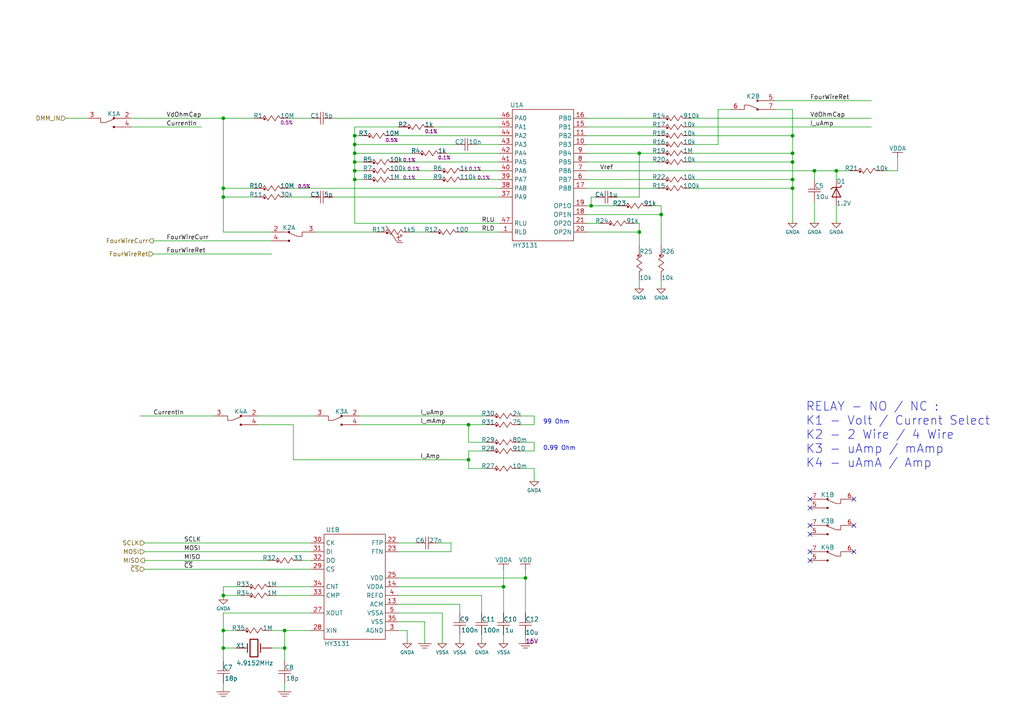
<source format=kicad_sch>
(kicad_sch (version 20230121) (generator eeschema)
  (paper "A4")
  (title_block (title "${PART_NAME}") (date "2024-01-20") (rev "A") (company "Sesa Design Inc") (comment 1 "${PART_NUMBER}") (comment 2 "01"))
  (junction (at 64.77 34.29))
  (junction (at 102.87 49.53))
  (junction (at 82.55 187.96))
  (junction (at 242.57 49.53))
  (junction (at 64.77 187.96))
  (junction (at 102.87 46.99))
  (junction (at 229.87 39.37))
  (junction (at 102.87 39.37))
  (junction (at 135.89 123.19))
  (junction (at 64.77 57.15))
  (junction (at 229.87 52.07))
  (junction (at 191.77 62.23))
  (junction (at 102.87 52.07))
  (junction (at 102.87 41.91))
  (junction (at 171.45 59.69))
  (junction (at 229.87 46.99))
  (junction (at 102.87 44.45))
  (junction (at 135.89 133.35))
  (junction (at 229.87 54.61))
  (junction (at 146.05 170.18))
  (junction (at 185.42 44.45))
  (junction (at 64.77 172.72))
  (junction (at 82.55 182.88))
  (junction (at 64.77 54.61))
  (junction (at 236.22 49.53))
  (junction (at 229.87 44.45))
  (junction (at 152.4 167.64))
  (junction (at 185.42 67.31))
  (junction (at 64.77 182.88))
  (no_connect (at 234.95 154.94))
  (no_connect (at 247.65 152.4))
  (no_connect (at 234.95 160.02))
  (no_connect (at 234.95 147.32))
  (no_connect (at 234.95 152.4))
  (no_connect (at 247.65 144.78))
  (no_connect (at 234.95 144.78))
  (no_connect (at 234.95 162.56))
  (no_connect (at 247.65 160.02))
  (wire (pts (xy 170.18 67.31) (xy 185.42 67.31)))
  (wire (pts (xy 135.89 130.81) (xy 140.97 130.81)))
  (wire (pts (xy 135.89 49.53) (xy 144.78 49.53)))
  (wire (pts (xy 90.17 177.8) (xy 64.77 177.8)))
  (wire (pts (xy 74.93 123.19) (xy 85.09 123.19)))
  (wire (pts (xy 146.05 184.15) (xy 146.05 186.69)))
  (wire (pts (xy 200.66 52.07) (xy 229.87 52.07)))
  (wire (pts (xy 154.94 128.27) (xy 154.94 130.81)))
  (wire (pts (xy 64.77 200.66) (xy 64.77 198.12)))
  (wire (pts (xy 134.62 67.31) (xy 144.78 67.31)))
  (wire (pts (xy 146.05 170.18) (xy 146.05 165.1)))
  (wire (pts (xy 152.4 186.69) (xy 152.4 184.15)))
  (wire (pts (xy 170.18 49.53) (xy 236.22 49.53)))
  (wire (pts (xy 179.07 57.15) (xy 185.42 57.15)))
  (wire (pts (xy 82.55 191.77) (xy 82.55 187.96)))
  (wire (pts (xy 83.82 57.15) (xy 90.17 57.15)))
  (wire (pts (xy 83.82 54.61) (xy 144.78 54.61)))
  (wire (pts (xy 64.77 57.15) (xy 64.77 67.31)))
  (wire (pts (xy 151.13 120.65) (xy 154.94 120.65)))
  (wire (pts (xy 154.94 130.81) (xy 151.13 130.81)))
  (wire (pts (xy 40.64 120.65) (xy 62.23 120.65)))
  (wire (pts (xy 41.91 157.48) (xy 90.17 157.48)))
  (wire (pts (xy 208.28 41.91) (xy 208.28 31.75)))
  (wire (pts (xy 64.77 187.96) (xy 68.58 187.96)))
  (wire (pts (xy 102.87 41.91) (xy 132.08 41.91)))
  (wire (pts (xy 115.57 177.8) (xy 128.27 177.8)))
  (wire (pts (xy 125.73 36.83) (xy 144.78 36.83)))
  (wire (pts (xy 135.89 135.89) (xy 135.89 133.35)))
  (wire (pts (xy 135.89 123.19) (xy 140.97 123.19)))
  (wire (pts (xy 135.89 133.35) (xy 135.89 130.81)))
  (wire (pts (xy 41.91 160.02) (xy 90.17 160.02)))
  (wire (pts (xy 44.45 69.85) (xy 78.74 69.85)))
  (wire (pts (xy 102.87 39.37) (xy 104.14 39.37)))
  (wire (pts (xy 224.79 29.21) (xy 252.73 29.21)))
  (wire (pts (xy 115.57 175.26) (xy 133.35 175.26)))
  (wire (pts (xy 200.66 46.99) (xy 229.87 46.99)))
  (wire (pts (xy 115.57 170.18) (xy 146.05 170.18)))
  (wire (pts (xy 102.87 41.91) (xy 102.87 39.37)))
  (wire (pts (xy 127 157.48) (xy 130.81 157.48)))
  (wire (pts (xy 128.27 177.8) (xy 128.27 186.69)))
  (wire (pts (xy 152.4 165.1) (xy 152.4 167.64)))
  (wire (pts (xy 104.14 120.65) (xy 140.97 120.65)))
  (wire (pts (xy 102.87 39.37) (xy 102.87 36.83)))
  (wire (pts (xy 172.72 57.15) (xy 171.45 57.15)))
  (wire (pts (xy 185.42 83.82) (xy 185.42 81.28)))
  (wire (pts (xy 236.22 49.53) (xy 242.57 49.53)))
  (wire (pts (xy 133.35 186.69) (xy 133.35 184.15)))
  (wire (pts (xy 229.87 31.75) (xy 229.87 39.37)))
  (wire (pts (xy 64.77 170.18) (xy 64.77 172.72)))
  (wire (pts (xy 82.55 182.88) (xy 90.17 182.88)))
  (wire (pts (xy 87.63 162.56) (xy 90.17 162.56)))
  (wire (pts (xy 170.18 59.69) (xy 171.45 59.69)))
  (wire (pts (xy 173.99 64.77) (xy 170.18 64.77)))
  (wire (pts (xy 119.38 67.31) (xy 124.46 67.31)))
  (wire (pts (xy 190.5 36.83) (xy 170.18 36.83)))
  (wire (pts (xy 102.87 36.83) (xy 115.57 36.83)))
  (wire (pts (xy 85.09 123.19) (xy 85.09 133.35)))
  (wire (pts (xy 85.09 133.35) (xy 135.89 133.35)))
  (wire (pts (xy 64.77 54.61) (xy 73.66 54.61)))
  (wire (pts (xy 115.57 52.07) (xy 125.73 52.07)))
  (wire (pts (xy 200.66 34.29) (xy 252.73 34.29)))
  (wire (pts (xy 102.87 49.53) (xy 102.87 46.99)))
  (wire (pts (xy 91.44 67.31) (xy 109.22 67.31)))
  (wire (pts (xy 152.4 167.64) (xy 152.4 177.8)))
  (wire (pts (xy 256.54 49.53) (xy 260.35 49.53)))
  (wire (pts (xy 146.05 170.18) (xy 146.05 177.8)))
  (wire (pts (xy 118.11 182.88) (xy 115.57 182.88)))
  (wire (pts (xy 102.87 52.07) (xy 105.41 52.07)))
  (wire (pts (xy 41.91 162.56) (xy 77.47 162.56)))
  (wire (pts (xy 135.89 123.19) (xy 135.89 128.27)))
  (wire (pts (xy 78.74 67.31) (xy 64.77 67.31)))
  (wire (pts (xy 189.23 59.69) (xy 191.77 59.69)))
  (wire (pts (xy 200.66 36.83) (xy 252.73 36.83)))
  (wire (pts (xy 170.18 46.99) (xy 190.5 46.99)))
  (wire (pts (xy 123.19 180.34) (xy 123.19 186.69)))
  (wire (pts (xy 118.11 186.69) (xy 118.11 182.88)))
  (wire (pts (xy 139.7 186.69) (xy 139.7 184.15)))
  (wire (pts (xy 229.87 52.07) (xy 229.87 54.61)))
  (wire (pts (xy 82.55 187.96) (xy 82.55 182.88)))
  (wire (pts (xy 102.87 64.77) (xy 102.87 52.07)))
  (wire (pts (xy 102.87 46.99) (xy 105.41 46.99)))
  (wire (pts (xy 170.18 44.45) (xy 185.42 44.45)))
  (wire (pts (xy 185.42 57.15) (xy 185.42 44.45)))
  (wire (pts (xy 96.52 34.29) (xy 144.78 34.29)))
  (wire (pts (xy 130.81 160.02) (xy 115.57 160.02)))
  (wire (pts (xy 115.57 157.48) (xy 120.65 157.48)))
  (wire (pts (xy 170.18 52.07) (xy 190.5 52.07)))
  (wire (pts (xy 229.87 54.61) (xy 229.87 64.77)))
  (wire (pts (xy 260.35 49.53) (xy 260.35 45.72)))
  (wire (pts (xy 115.57 46.99) (xy 144.78 46.99)))
  (wire (pts (xy 185.42 67.31) (xy 185.42 71.12)))
  (wire (pts (xy 102.87 44.45) (xy 102.87 41.91)))
  (wire (pts (xy 41.91 165.1) (xy 90.17 165.1)))
  (wire (pts (xy 191.77 62.23) (xy 191.77 59.69)))
  (wire (pts (xy 185.42 64.77) (xy 184.15 64.77)))
  (wire (pts (xy 78.74 187.96) (xy 82.55 187.96)))
  (wire (pts (xy 102.87 49.53) (xy 105.41 49.53)))
  (wire (pts (xy 236.22 58.42) (xy 236.22 64.77)))
  (wire (pts (xy 114.3 39.37) (xy 144.78 39.37)))
  (wire (pts (xy 242.57 59.69) (xy 242.57 64.77)))
  (wire (pts (xy 229.87 44.45) (xy 229.87 46.99)))
  (wire (pts (xy 190.5 41.91) (xy 170.18 41.91)))
  (wire (pts (xy 139.7 172.72) (xy 139.7 177.8)))
  (wire (pts (xy 44.45 73.66) (xy 78.74 73.66)))
  (wire (pts (xy 69.85 170.18) (xy 64.77 170.18)))
  (wire (pts (xy 102.87 52.07) (xy 102.87 49.53)))
  (wire (pts (xy 154.94 120.65) (xy 154.94 123.19)))
  (wire (pts (xy 144.78 64.77) (xy 102.87 64.77)))
  (wire (pts (xy 191.77 83.82) (xy 191.77 81.28)))
  (wire (pts (xy 73.66 57.15) (xy 64.77 57.15)))
  (wire (pts (xy 140.97 135.89) (xy 135.89 135.89)))
  (wire (pts (xy 171.45 59.69) (xy 179.07 59.69)))
  (wire (pts (xy 151.13 128.27) (xy 154.94 128.27)))
  (wire (pts (xy 191.77 62.23) (xy 191.77 71.12)))
  (wire (pts (xy 102.87 44.45) (xy 119.38 44.45)))
  (wire (pts (xy 115.57 180.34) (xy 123.19 180.34)))
  (wire (pts (xy 242.57 49.53) (xy 242.57 52.07)))
  (wire (pts (xy 129.54 44.45) (xy 144.78 44.45)))
  (wire (pts (xy 133.35 175.26) (xy 133.35 177.8)))
  (wire (pts (xy 185.42 44.45) (xy 190.5 44.45)))
  (wire (pts (xy 224.79 31.75) (xy 229.87 31.75)))
  (wire (pts (xy 64.77 177.8) (xy 64.77 182.88)))
  (wire (pts (xy 38.1 36.83) (xy 58.42 36.83)))
  (wire (pts (xy 200.66 44.45) (xy 229.87 44.45)))
  (wire (pts (xy 200.66 54.61) (xy 229.87 54.61)))
  (wire (pts (xy 154.94 135.89) (xy 154.94 139.7)))
  (wire (pts (xy 242.57 49.53) (xy 246.38 49.53)))
  (wire (pts (xy 64.77 54.61) (xy 64.77 34.29)))
  (wire (pts (xy 229.87 46.99) (xy 229.87 52.07)))
  (wire (pts (xy 130.81 157.48) (xy 130.81 160.02)))
  (wire (pts (xy 200.66 41.91) (xy 208.28 41.91)))
  (wire (pts (xy 38.1 34.29) (xy 64.77 34.29)))
  (wire (pts (xy 190.5 34.29) (xy 170.18 34.29)))
  (wire (pts (xy 138.43 41.91) (xy 144.78 41.91)))
  (wire (pts (xy 64.77 34.29) (xy 73.66 34.29)))
  (wire (pts (xy 64.77 182.88) (xy 64.77 187.96)))
  (wire (pts (xy 96.52 57.15) (xy 144.78 57.15)))
  (wire (pts (xy 64.77 57.15) (xy 64.77 54.61)))
  (wire (pts (xy 154.94 123.19) (xy 151.13 123.19)))
  (wire (pts (xy 115.57 167.64) (xy 152.4 167.64)))
  (wire (pts (xy 190.5 54.61) (xy 170.18 54.61)))
  (wire (pts (xy 185.42 67.31) (xy 185.42 64.77)))
  (wire (pts (xy 135.89 52.07) (xy 144.78 52.07)))
  (wire (pts (xy 115.57 49.53) (xy 125.73 49.53)))
  (wire (pts (xy 200.66 39.37) (xy 229.87 39.37)))
  (wire (pts (xy 83.82 34.29) (xy 90.17 34.29)))
  (wire (pts (xy 64.77 187.96) (xy 64.77 191.77)))
  (wire (pts (xy 151.13 135.89) (xy 154.94 135.89)))
  (wire (pts (xy 19.05 34.29) (xy 25.4 34.29)))
  (wire (pts (xy 78.74 182.88) (xy 82.55 182.88)))
  (wire (pts (xy 229.87 39.37) (xy 229.87 44.45)))
  (wire (pts (xy 64.77 172.72) (xy 64.77 173.99)))
  (wire (pts (xy 236.22 49.53) (xy 236.22 52.07)))
  (wire (pts (xy 82.55 200.66) (xy 82.55 198.12)))
  (wire (pts (xy 102.87 46.99) (xy 102.87 44.45)))
  (wire (pts (xy 74.93 120.65) (xy 91.44 120.65)))
  (wire (pts (xy 115.57 172.72) (xy 139.7 172.72)))
  (wire (pts (xy 170.18 39.37) (xy 190.5 39.37)))
  (wire (pts (xy 171.45 57.15) (xy 171.45 59.69)))
  (wire (pts (xy 80.01 170.18) (xy 90.17 170.18)))
  (wire (pts (xy 64.77 172.72) (xy 69.85 172.72)))
  (wire (pts (xy 64.77 182.88) (xy 68.58 182.88)))
  (wire (pts (xy 208.28 31.75) (xy 212.09 31.75)))
  (wire (pts (xy 80.01 172.72) (xy 90.17 172.72)))
  (wire (pts (xy 170.18 62.23) (xy 191.77 62.23)))
  (wire (pts (xy 140.97 128.27) (xy 135.89 128.27)))
  (wire (pts (xy 104.14 123.19) (xy 135.89 123.19)))
  (text "99 Ohm" (at 157.48 123.19 0) (effects (font (size 1.27 1.27)) (justify left bottom)))
  (text "RELAY - NO / NC :\nK1 - Volt / Current Select\nK2 - 2 Wire / 4 Wire\nK3 - uAmp / mAmp\nK4 - uAmA / Amp" (at 233.68 135.89 0) (effects (font (size 2.54 2.54)) (justify left bottom)))
  (text "0.99 Ohm" (at 157.48 130.81 0) (effects (font (size 1.27 1.27)) (justify left bottom)))
  (label "VdOhmCap" (at 234.95 34.29 0))
  (label "Vref" (at 173.99 49.53 0))
  (label "FourWireCurr" (at 48.26 69.85 0))
  (label "SCLK" (at 53.34 157.48 0))
  (label "I_Amp" (at 121.92 133.35 0))
  (label "I_uAmp" (at 234.95 36.83 0))
  (label "VdOhmCap" (at 48.26 34.29 0))
  (label "FourWireRet" (at 48.26 73.66 0))
  (label "FourWireRet" (at 234.95 29.21 0))
  (label "~{CS}" (at 53.34 165.1 0))
  (label "I_uAmp" (at 121.92 120.65 0))
  (label "CurrentIn" (at 48.26 36.83 0))
  (label "RLD" (at 139.7 67.31 0))
  (label "MOSI" (at 53.34 160.02 0))
  (label "CurrentIn" (at 44.45 120.65 0))
  (label "RLU" (at 139.7 64.77 0))
  (label "MISO" (at 53.34 162.56 0))
  (label "I_mAmp" (at 121.92 123.19 0))
  (hierarchical_label "MISO" (shape output) (at 41.91 162.56 180))
  (hierarchical_label "~{CS}" (shape input) (at 41.91 165.1 180))
  (hierarchical_label "SCLK" (shape input) (at 41.91 157.48 180))
  (hierarchical_label "FourWireCurr" (shape output) (at 44.45 69.85 180))
  (hierarchical_label "FourWireRet" (shape input) (at 44.45 73.66 180))
  (hierarchical_label "DMM_IN" (shape input) (at 19.05 34.29 180))
  (hierarchical_label "MOSI" (shape input) (at 41.91 160.02 180))
  (symbol (lib_id "res_0603:1M_01%") (at 68.58 182.88 0) (unit 1)
    (property "Reference" "R35" (at 71.12 182.88 0) (effects (justify right bottom)))
    (property "Value" "1M" (at 76.2 182.88 0) (effects (justify left bottom)))
    (property "Footprint" "Resistor_SMD:R_0603_1608Metric" (effects hide))
    (property "Datasheet" "https://www.yageo.com/upload/media/product/productsearch/datasheet/rchip/PYu-RT_1-to-0.01_RoHS_L_15.pdf" (effects hide))
    (property "Tolerance" "0.1%" (effects hide))
    (property "MFG PN" "RT0603BRD071ML" (effects hide))
    (property "MFG NAME" "YAGEO" (effects hide))
  )
  (symbol (lib_id "sesa_power:GNDA") (at 191.77 83.82 0) (unit 1)
    (property "Reference" "#PWR014" (effects hide))
    (property "Value" "GNDA" (at 191.77 86.36 0) (effects (font (size 1.016 1.016))))
  )
  (symbol (lib_id "res_0603:10k") (at 190.5 41.91 0) (unit 1)
    (property "Reference" "R16" (at 193.04 41.91 0) (effects (justify right bottom)))
    (property "Value" "10k" (at 198.12 41.91 0) (effects (justify left bottom)))
    (property "Footprint" "Resistor_SMD:R_0603_1608Metric" (effects hide))
    (property "Datasheet" "https://www.bourns.com/data/global/pdfs/CR.pdf" (effects hide))
    (property "Tolerance" "1%" (effects hide))
    (property "MFG PN" "CR0603AFX-1002EAS" (effects hide))
  )
  (symbol (lib_id "cap_0603:10u_16v") (at 152.4 184.15 0) (unit 1)
    (property "Reference" "C12" (at 152.4 180.34 0) (effects (justify left bottom)))
    (property "Value" "10u" (at 152.4 184.15 0) (effects (justify left bottom)))
    (property "Footprint" "Capacitor_SMD:C_0603_1608Metric" (effects hide))
    (property "Datasheet" "https://www.samsungsem.com/resources/file/global/support/product_catalog/MLCC.pdf" (effects hide))
    (property "Voltage" "16V" (at 152.4 186.69 0) (effects (justify left bottom)))
    (property "MFG PN" "CL10A106KO8NQNC" (effects hide))
  )
  (symbol (lib_id "cap_0603:100n") (at 133.35 184.15 0) (unit 1)
    (property "Reference" "C9" (at 133.35 180.34 0) (effects (justify left bottom)))
    (property "Value" "100n" (at 133.731 183.515 0) (effects (justify left bottom)))
    (property "Footprint" "Capacitor_SMD:C_0603_1608Metric" (effects hide))
    (property "Datasheet" "https://www.samsungsem.com/resources/file/global/support/product_catalog/MLCC.pdf" (effects hide))
    (property "Voltage" "50V" (effects hide))
    (property "MFG PN" "CL10B104JB8NNNC" (effects hide))
  )
  (symbol (lib_id "res_0805:10m") (at 140.97 135.89 0) (unit 1)
    (property "Reference" "R27" (at 143.51 135.89 0) (effects (justify right bottom)))
    (property "Value" "10m" (at 148.59 135.89 0) (effects (justify left bottom)))
    (property "Footprint" "Resistor_SMD:R_0805_2012Metric" (effects hide))
    (property "Datasheet" "https://www.vishay.com/docs/30298/wslp18.pdf" (effects hide))
    (property "Tolerance" "1%" (effects hide))
    (property "MFG PN" "WSLP0805R0100FEA18" (effects hide))
    (property "MFG NAME" "Vishay" (effects hide))
  )
  (symbol (lib_id "sesa_power:VSSA") (at 146.05 186.69 0) (unit 1)
    (property "Reference" "#PWR025" (effects hide))
    (property "Value" "VSSA" (at 146.05 189.23 0) (effects (font (size 1.016 1.016))))
  )
  (symbol (lib_id "sesa_relay:G6K-2F-Y") (at 237.49 146.05 0) (unit 2)
    (property "Reference" "K1" (at 240.03 143.51 0))
    (property "Value" "G6K-2F-Y-TR" (effects hide))
    (property "Footprint" "sesa:DPDT_G6K-2F-Y" (effects hide))
    (property "Datasheet" "https://components.omron.com/us-en/sites/components.omron.com.us/files/datasheet_pdf/K106-E1.pdf" (effects hide))
    (property "Voltage" "5VDC" (effects hide))
    (property "MFG PN" "G6K-2F-Y-TR DC5" (effects hide))
    (property "MFG NAME" "Omron Electronics" (effects hide))
    (instances (project "DMM_Module" (path "" (reference "K1") (unit 2)) (path "" (reference "K1") (unit 2)) (path "" (reference "K1") (unit 1))))
  )
  (symbol (lib_id "sesa_power:GNDA") (at 118.11 186.69 0) (unit 1)
    (property "Reference" "#PWR019" (effects hide))
    (property "Value" "GNDA" (at 118.11 189.23 0) (effects (font (size 1.016 1.016))))
  )
  (symbol (lib_id "res_0603:100k") (at 190.5 54.61 0) (unit 1)
    (property "Reference" "R15" (at 193.04 54.61 0) (effects (justify right bottom)))
    (property "Value" "100k" (at 198.12 54.61 0) (effects (justify left bottom)))
    (property "Footprint" "Resistor_SMD:R_0603_1608Metric" (effects hide))
    (property "Datasheet" "https://www.bourns.com/data/global/pdfs/CR.pdf" (effects hide))
    (property "Tolerance" "1%" (effects hide))
    (property "MFG PN" "CR0603-FX-1003ELF" (effects hide))
  )
  (symbol (lib_id "sesa_power:GNDA") (at 242.57 64.77 0) (unit 1)
    (property "Reference" "#PWR012" (effects hide))
    (property "Value" "GNDA" (at 242.57 67.31 0) (effects (font (size 1.016 1.016))))
  )
  (symbol (lib_id "sesa_ic_interface:HY3131-L048") (at 148.59 69.85 0) (unit 1)
    (property "Reference" "U1" (at 149.86 30.48 0))
    (property "Value" "HY3131" (at 152.4 71.12 0))
    (property "Footprint" "Package_QFP:LQFP-48_7x7mm_P0.5mm" (effects hide))
    (property "Datasheet" "https://www.hycontek.com/wp-content/uploads/DS-HY3131_EN.pdf" (effects hide))
    (property "MFG PN" "HY3131-L048" (effects hide))
    (property "MFG NAME" "Hycon Technology" (effects hide))
  )
  (symbol (lib_id "sesa_power:VSSA") (at 133.35 186.69 0) (unit 1)
    (property "Reference" "#PWR022" (effects hide))
    (property "Value" "VSSA" (at 133.35 189.23 0) (effects (font (size 1.016 1.016))))
  )
  (symbol (lib_id "sesa_old:GND") (at 152.4 186.69 0) (unit 1)
    (property "Reference" "#PWR026" (effects hide))
    (property "Value" "GND" (effects hide))
  )
  (symbol (lib_id "sesa_diode:LM385M3X-1.2") (at 242.57 55.88 0) (unit 1)
    (property "Reference" "D1" (at 242.57 53.34 0) (effects (justify left bottom)))
    (property "Value" "1.2V" (at 242.57 59.69 0) (effects (justify left bottom)))
    (property "Footprint" "Package_TO_SOT_SMD:SOT-23" (effects hide))
    (property "Datasheet" "https://www.ti.com/lit/ds/symlink/lm185-1.2-n.pdf" (effects hide))
    (property "MFG PN" "LM385M3X-1.2/NOPB" (effects hide))
    (property "MFG NAME" "Texas Instruments" (effects hide))
  )
  (symbol (lib_id "res_0603:91k") (at 179.07 59.69 0) (unit 1)
    (property "Reference" "R23" (at 181.61 59.69 0) (effects (justify right bottom)))
    (property "Value" "91k" (at 186.69 59.69 0) (effects (justify left bottom)))
    (property "Footprint" "Resistor_SMD:R_0603_1608Metric" (effects hide))
    (property "Datasheet" "https://www.bourns.com/data/global/pdfs/CR.pdf" (effects hide))
    (property "Tolerance" "1%" (effects hide))
    (property "MFG PN" "CR0603-FX-9102ELF" (effects hide))
    (property "MFG NAME" "Bourns" (effects hide))
  )
  (symbol (lib_id "sesa_relay:G6K-2F-Y") (at 101.6 121.92 0) (mirror y) (unit 1)
    (property "Reference" "K3" (at 99.06 119.38 0))
    (property "Value" "G6K-2F-Y-TR" (effects hide))
    (property "Footprint" "sesa:DPDT_G6K-2F-Y" (effects hide))
    (property "Datasheet" "https://components.omron.com/us-en/sites/components.omron.com.us/files/datasheet_pdf/K106-E1.pdf" (effects hide))
    (property "Voltage" "5VDC" (effects hide))
    (property "MFG PN" "G6K-2F-Y-TR DC5" (effects hide))
    (property "MFG NAME" "Omron Electronics" (effects hide))
  )
  (symbol (lib_id "res_0603:1k_01%") (at 125.73 49.53 0) (unit 1)
    (property "Reference" "R6" (at 128.27 49.53 0) (effects (justify right bottom)))
    (property "Value" "1k" (at 133.35 49.53 0) (effects (justify left bottom)))
    (property "Footprint" "Resistor_SMD:R_0603_1608Metric" (effects hide))
    (property "Datasheet" "https://industrial.panasonic.com/cdbs/www-data/pdf/RDM0000/AOA0000C328.pdf" (effects hide))
    (property "Tolerance" "0.1%" (at 135.89 49.53 0) (effects (font (size 1 1)) (justify left bottom)))
    (property "MFG PN" "ERJ-PB3B1001V" (effects hide))
    (property "MFG NAME" "Panasonic" (effects hide))
  )
  (symbol (lib_id "res_0603:110k_01%") (at 125.73 52.07 0) (unit 1)
    (property "Reference" "R9" (at 128.27 52.07 0) (effects (justify right bottom)))
    (property "Value" "110k" (at 133.35 52.07 0) (effects (justify left bottom)))
    (property "Footprint" "Resistor_SMD:R_0603_1608Metric" (effects hide))
    (property "Datasheet" "https://industrial.panasonic.com/cdbs/www-data/pdf/RDM0000/AOA0000C328.pdf" (effects hide))
    (property "Tolerance" "0.1%" (at 138.43 52.07 0) (effects (font (size 1 1)) (justify left bottom)))
    (property "MFG PN" "ERA-3AEB114V" (effects hide))
    (property "MFG NAME" "Panasonic" (effects hide))
  )
  (symbol (lib_id "sesa_old:GND") (at 64.77 200.66 0) (unit 1)
    (property "Reference" "#PWR017" (effects hide))
    (property "Value" "GND" (effects hide))
  )
  (symbol (lib_id "cap_0603:5p") (at 96.52 57.15 90) (unit 1)
    (property "Reference" "C3" (at 92.71 57.15 90) (effects (justify left top)))
    (property "Value" "5p" (at 93.98 57.15 90) (effects (justify right top)))
    (property "Footprint" "Capacitor_SMD:C_0603_1608Metric" (effects hide))
    (property "Datasheet" "https://datasheets.kyocera-avx.com/C0GNP0-KGM.pdf" (effects hide))
    (property "MFG PN" "06035A5R0BAT2A" (effects hide))
    (property "Voltage" "50V" (effects hide))
    (property "MFG NAME" "Kyocera AVX" (effects hide))
  )
  (symbol (lib_id "res_0603:1k_01%") (at 115.57 36.83 0) (unit 1)
    (property "Reference" "R2" (at 118.11 36.83 0) (effects (justify right bottom)))
    (property "Value" "1k" (at 123.19 36.83 0) (effects (justify left bottom)))
    (property "Footprint" "Resistor_SMD:R_0603_1608Metric" (effects hide))
    (property "Datasheet" "https://industrial.panasonic.com/cdbs/www-data/pdf/RDM0000/AOA0000C328.pdf" (effects hide))
    (property "Tolerance" "0.1%" (at 123.19 38.1 0) (effects (font (size 1 1)) (justify left)))
    (property "MFG PN" "ERJ-PB3B1001V" (effects hide))
    (property "MFG NAME" "Panasonic" (effects hide))
  )
  (symbol (lib_id "sesa_power:GNDA") (at 229.87 64.77 0) (unit 1)
    (property "Reference" "#PWR03" (effects hide))
    (property "Value" "GNDA" (at 229.87 67.31 0) (effects (font (size 1.016 1.016))))
  )
  (symbol (lib_id "res_0603:10M_05%") (at 73.66 54.61 0) (unit 1)
    (property "Reference" "R10" (at 76.2 54.61 0) (effects (justify right bottom)))
    (property "Value" "10M" (at 81.28 54.61 0) (effects (justify left bottom)))
    (property "Footprint" "Resistor_SMD:R_0603_1608Metric" (effects hide))
    (property "Datasheet" "https://www.vishay.com/docs/20036/dcrcwpe3.pdf" (effects hide))
    (property "Tolerance" "0.5%" (at 86.36 54.61 0) (effects (font (size 1 1)) (justify left bottom)))
    (property "MFG PN" "CRCW060310M0DHEAP" (effects hide))
    (property "MFG NAME" "Vishay" (effects hide))
  )
  (symbol (lib_id "res_0603:1M_01%") (at 69.85 172.72 0) (unit 1)
    (property "Reference" "R34" (at 72.39 172.72 0) (effects (justify right bottom)))
    (property "Value" "1M" (at 77.47 172.72 0) (effects (justify left bottom)))
    (property "Footprint" "Resistor_SMD:R_0603_1608Metric" (effects hide))
    (property "Datasheet" "https://www.yageo.com/upload/media/product/productsearch/datasheet/rchip/PYu-RT_1-to-0.01_RoHS_L_15.pdf" (effects hide))
    (property "Tolerance" "0.1%" (effects hide))
    (property "MFG PN" "RT0603BRD071ML" (effects hide))
    (property "MFG NAME" "YAGEO" (effects hide))
  )
  (symbol (lib_id "sesa_power:VDD") (at 152.4 165.1 0) (unit 1)
    (property "Reference" "#PWR027" (effects hide))
    (property "Value" "VDD" (at 152.4 162.433 0))
  )
  (symbol (lib_id "res_0805:24") (at 140.97 120.65 0) (unit 1)
    (property "Reference" "R30" (at 143.51 120.65 0) (effects (justify right bottom)))
    (property "Value" "24" (at 148.59 120.65 0) (effects (justify left bottom)))
    (property "Footprint" "Resistor_SMD:R_0805_2012Metric" (effects hide))
    (property "Datasheet" "https://api.pim.na.industrial.panasonic.com/file_stream/main/fileversion/420" (effects hide))
    (property "Tolerance" "1%" (effects hide))
    (property "MFG PN" "ERJ-P06F24R0V" (effects hide))
    (property "MFG NAME" "Panasonic" (effects hide))
  )
  (symbol (lib_id "sesa_ic_interface:HY3131-L048") (at 93.98 185.42 0) (unit 2)
    (property "Reference" "U1" (at 96.52 153.67 0))
    (property "Value" "HY3131" (at 97.79 186.69 0))
    (property "Footprint" "Package_QFP:LQFP-48_7x7mm_P0.5mm" (effects hide))
    (property "Datasheet" "https://www.hycontek.com/wp-content/uploads/DS-HY3131_EN.pdf" (effects hide))
    (property "MFG PN" "HY3131-L048" (effects hide))
    (property "MFG NAME" "Hycon Technology" (effects hide))
  )
  (symbol (lib_id "res_0805:75") (at 140.97 123.19 0) (unit 1)
    (property "Reference" "R31" (at 143.51 123.19 0) (effects (justify right bottom)))
    (property "Value" "75" (at 148.59 123.19 0) (effects (justify left bottom)))
    (property "Footprint" "Resistor_SMD:R_0805_2012Metric" (effects hide))
    (property "Datasheet" "https://api.pim.na.industrial.panasonic.com/file_stream/main/fileversion/420" (effects hide))
    (property "Tolerance" "1%" (effects hide))
    (property "MFG PN" "ERJ-P06F75R0V" (effects hide))
    (property "MFG NAME" "Panasonic" (effects hide))
  )
  (symbol (lib_id "sesa_clock:4.9152MHz_HC49-SD") (at 73.66 187.96 0) (unit 1)
    (property "Reference" "X1" (at 71.12 187.96 0) (effects (justify right bottom)))
    (property "Value" "4.9152MHz" (at 68.58 193.04 0) (effects (justify left bottom)))
    (property "Footprint" "Crystal:Crystal_SMD_HC49-SD" (effects hide))
    (property "Datasheet" "https://abracon.com/Resonators/ABLS.pdf" (effects hide))
    (property "MFG PN" "ABLS-4.9152MHZ-B4-T" (effects hide))
  )
  (symbol (lib_id "sesa_power:GNDA") (at 154.94 139.7 0) (unit 1)
    (property "Reference" "#PWR015" (effects hide))
    (property "Value" "GNDA" (at 154.94 142.24 0) (effects (font (size 1.016 1.016))))
  )
  (symbol (lib_id "sesa_relay:G6K-2F-Y") (at 222.25 30.48 180) (unit 2)
    (property "Reference" "K2" (at 218.44 27.94 0))
    (property "Value" "G6K-2F-Y-TR" (effects hide))
    (property "Footprint" "sesa:DPDT_G6K-2F-Y" (effects hide))
    (property "Datasheet" "https://components.omron.com/us-en/sites/components.omron.com.us/files/datasheet_pdf/K106-E1.pdf" (effects hide))
    (property "Voltage" "5VDC" (effects hide))
    (property "MFG PN" "G6K-2F-Y-TR DC5" (effects hide))
    (property "MFG NAME" "Omron Electronics" (effects hide))
  )
  (symbol (lib_id "sesa_power:VSSA") (at 128.27 186.69 0) (unit 1)
    (property "Reference" "#PWR021" (effects hide))
    (property "Value" "VSSA" (at 128.27 189.23 0) (effects (font (size 1.016 1.016))))
  )
  (symbol (lib_id "res_0603:1k_01%") (at 119.38 44.45 0) (unit 1)
    (property "Reference" "R4" (at 121.92 44.45 0) (effects (justify right bottom)))
    (property "Value" "1k" (at 127 44.45 0) (effects (justify left bottom)))
    (property "Footprint" "Resistor_SMD:R_0603_1608Metric" (effects hide))
    (property "Datasheet" "https://industrial.panasonic.com/cdbs/www-data/pdf/RDM0000/AOA0000C328.pdf" (effects hide))
    (property "Tolerance" "0.1%" (at 127 45.72 0) (effects (font (size 1 1)) (justify left)))
    (property "MFG PN" "ERJ-PB3B1001V" (effects hide))
    (property "MFG NAME" "Panasonic" (effects hide))
  )
  (symbol (lib_id "sesa_relay:G6K-2F-Y") (at 35.56 35.56 0) (mirror y) (unit 1)
    (property "Reference" "K1" (at 33.02 33.02 0))
    (property "Value" "G6K-2F-Y-TR" (effects hide))
    (property "Footprint" "sesa:DPDT_G6K-2F-Y" (effects hide))
    (property "Datasheet" "https://components.omron.com/us-en/sites/components.omron.com.us/files/datasheet_pdf/K106-E1.pdf" (effects hide))
    (property "Voltage" "5VDC" (effects hide))
    (property "MFG PN" "G6K-2F-Y-TR DC5" (effects hide))
    (property "MFG NAME" "Omron Electronics" (effects hide))
    (instances (project "DMM_Module" (path "" (reference "K1") (unit 1)) (path "" (reference "K1") (unit 1)) (path "" (reference "K1") (unit 2))))
  )
  (symbol (lib_id "res_0603:10M_05%") (at 104.14 39.37 0) (unit 1)
    (property "Reference" "R3" (at 106.68 39.37 0) (effects (justify right bottom)))
    (property "Value" "10M" (at 111.76 39.37 0) (effects (justify left bottom)))
    (property "Footprint" "Resistor_SMD:R_0603_1608Metric" (effects hide))
    (property "Datasheet" "https://www.vishay.com/docs/20036/dcrcwpe3.pdf" (effects hide))
    (property "Tolerance" "0.5%" (at 111.76 40.64 0) (effects (font (size 1 1)) (justify left)))
    (property "MFG PN" "CRCW060310M0DHEAP" (effects hide))
    (property "MFG NAME" "Vishay" (effects hide))
  )
  (symbol (lib_id "sesa_relay:G6K-2F-Y") (at 237.49 153.67 0) (unit 2)
    (property "Reference" "K3" (at 240.03 151.13 0))
    (property "Value" "G6K-2F-Y-TR" (effects hide))
    (property "Footprint" "sesa:DPDT_G6K-2F-Y" (effects hide))
    (property "Datasheet" "https://components.omron.com/us-en/sites/components.omron.com.us/files/datasheet_pdf/K106-E1.pdf" (effects hide))
    (property "Voltage" "5VDC" (effects hide))
    (property "MFG PN" "G6K-2F-Y-TR DC5" (effects hide))
    (property "MFG NAME" "Omron Electronics" (effects hide))
  )
  (symbol (lib_id "res_0603:10k") (at 190.5 36.83 0) (unit 1)
    (property "Reference" "R17" (at 193.04 36.83 0) (effects (justify right bottom)))
    (property "Value" "10k" (at 198.12 36.83 0) (effects (justify left bottom)))
    (property "Footprint" "Resistor_SMD:R_0603_1608Metric" (effects hide))
    (property "Datasheet" "https://www.bourns.com/data/global/pdfs/CR.pdf" (effects hide))
    (property "Tolerance" "1%" (effects hide))
    (property "MFG PN" "CR0603AFX-1002EAS" (effects hide))
  )
  (symbol (lib_id "cap_0603:1u") (at 179.07 57.15 90) (unit 1)
    (property "Reference" "C4" (at 175.26 57.15 90) (effects (justify left top)))
    (property "Value" "1u" (at 176.53 57.15 90) (effects (justify right top)))
    (property "Footprint" "Capacitor_SMD:C_0603_1608Metric" (effects hide))
    (property "Datasheet" "https://www.samsungsem.com/resources/file/global/support/product_catalog/MLCC.pdf" (effects hide))
    (property "Voltage" "25V" (effects hide))
    (property "MFG PN" "CL10B105KA8NNNC" (effects hide))
  )
  (symbol (lib_id "res_0603:10k") (at 246.38 49.53 0) (unit 1)
    (property "Reference" "R21" (at 248.92 49.53 0) (effects (justify right bottom)))
    (property "Value" "10k" (at 254 49.53 0) (effects (justify left bottom)))
    (property "Footprint" "Resistor_SMD:R_0603_1608Metric" (effects hide))
    (property "Datasheet" "https://www.bourns.com/data/global/pdfs/CR.pdf" (effects hide))
    (property "Tolerance" "1%" (effects hide))
    (property "MFG PN" "CR0603AFX-1002EAS" (effects hide))
  )
  (symbol (lib_id "res_0603:100k_01%") (at 105.41 49.53 0) (unit 1)
    (property "Reference" "R7" (at 107.95 49.53 0) (effects (justify right bottom)))
    (property "Value" "100k" (at 113.03 49.53 0) (effects (justify left bottom)))
    (property "Footprint" "Resistor_SMD:R_0603_1608Metric" (effects hide))
    (property "Datasheet" "https://industrial.panasonic.com/cdbs/www-data/pdf/RDM0000/AOA0000C328.pdf" (effects hide))
    (property "Tolerance" "0.1%" (at 118.11 49.53 0) (effects (font (size 1 1)) (justify left bottom)))
    (property "MFG PN" "ERA-3VEB1003V" (effects hide))
    (property "MFG NAME" "Panasonic" (effects hide))
  )
  (symbol (lib_id "cap_0603:18p") (at 82.55 198.12 0) (unit 1)
    (property "Reference" "C8" (at 82.55 194.31 0) (effects (justify left bottom)))
    (property "Value" "18p" (at 82.931 197.485 0) (effects (justify left bottom)))
    (property "Footprint" "Capacitor_SMD:C_0603_1608Metric" (effects hide))
    (property "Datasheet" "https://www.samsungsem.com/resources/file/global/support/product_catalog/MLCC.pdf" (effects hide))
    (property "MFG PN" " CL10C180JB81PNC" (effects hide))
    (property "Voltage" "50V" (effects hide))
  )
  (symbol (lib_id "sesa_relay:G6K-2F-Y") (at 72.39 121.92 0) (mirror y) (unit 1)
    (property "Reference" "K4" (at 69.85 119.38 0))
    (property "Value" "G6K-2F-Y-TR" (effects hide))
    (property "Footprint" "sesa:DPDT_G6K-2F-Y" (effects hide))
    (property "Datasheet" "https://components.omron.com/us-en/sites/components.omron.com.us/files/datasheet_pdf/K106-E1.pdf" (effects hide))
    (property "Voltage" "5VDC" (effects hide))
    (property "MFG PN" "G6K-2F-Y-TR DC5" (effects hide))
    (property "MFG NAME" "Omron Electronics" (effects hide))
  )
  (symbol (lib_id "res_0603:1M_01%") (at 69.85 170.18 0) (unit 1)
    (property "Reference" "R33" (at 72.39 170.18 0) (effects (justify right bottom)))
    (property "Value" "1M" (at 77.47 170.18 0) (effects (justify left bottom)))
    (property "Footprint" "Resistor_SMD:R_0603_1608Metric" (effects hide))
    (property "Datasheet" "https://www.yageo.com/upload/media/product/productsearch/datasheet/rchip/PYu-RT_1-to-0.01_RoHS_L_15.pdf" (effects hide))
    (property "Tolerance" "0.1%" (effects hide))
    (property "MFG PN" "RT0603BRD071ML" (effects hide))
    (property "MFG NAME" "YAGEO" (effects hide))
  )
  (symbol (lib_id "cap_0603:10u") (at 236.22 58.42 0) (unit 1)
    (property "Reference" "C5" (at 236.22 54.61 0) (effects (justify left bottom)))
    (property "Value" "10u" (at 236.601 57.785 0) (effects (justify left bottom)))
    (property "Footprint" "Capacitor_SMD:C_0603_1608Metric" (effects hide))
    (property "Datasheet" "https://www.samsungsem.com/resources/file/global/support/product_catalog/MLCC.pdf" (effects hide))
    (property "Voltage" "10V" (effects hide))
    (property "MFG PN" " CL10A106KP8NNWC" (effects hide))
  )
  (symbol (lib_id "sesa_power:GNDA") (at 185.42 83.82 0) (unit 1)
    (property "Reference" "#PWR013" (effects hide))
    (property "Value" "GNDA" (at 185.42 86.36 0) (effects (font (size 1.016 1.016))))
  )
  (symbol (lib_id "res_0603:10k") (at 190.5 52.07 0) (unit 1)
    (property "Reference" "R22" (at 193.04 52.07 0) (effects (justify right bottom)))
    (property "Value" "10k" (at 198.12 52.07 0) (effects (justify left bottom)))
    (property "Footprint" "Resistor_SMD:R_0603_1608Metric" (effects hide))
    (property "Datasheet" "https://www.bourns.com/data/global/pdfs/CR.pdf" (effects hide))
    (property "Tolerance" "1%" (effects hide))
    (property "MFG PN" "CR0603AFX-1002EAS" (effects hide))
  )
  (symbol (lib_id "sesa_power:GNDA") (at 139.7 186.69 0) (unit 1)
    (property "Reference" "#PWR023" (effects hide))
    (property "Value" "GNDA" (at 139.7 189.23 0) (effects (font (size 1.016 1.016))))
  )
  (symbol (lib_id "sesa_relay:G6K-2F-Y") (at 237.49 161.29 0) (unit 2)
    (property "Reference" "K4" (at 240.03 158.75 0))
    (property "Value" "G6K-2F-Y-TR" (effects hide))
    (property "Footprint" "sesa:DPDT_G6K-2F-Y" (effects hide))
    (property "Datasheet" "https://components.omron.com/us-en/sites/components.omron.com.us/files/datasheet_pdf/K106-E1.pdf" (effects hide))
    (property "Voltage" "5VDC" (effects hide))
    (property "MFG PN" "G6K-2F-Y-TR DC5" (effects hide))
    (property "MFG NAME" "Omron Electronics" (effects hide))
  )
  (symbol (lib_id "cap_0603:5p") (at 96.52 34.29 90) (unit 1)
    (property "Reference" "C1" (at 92.71 34.29 90) (effects (justify left top)))
    (property "Value" "5p" (at 93.98 34.29 90) (effects (justify right top)))
    (property "Footprint" "Capacitor_SMD:C_0603_1608Metric" (effects hide))
    (property "Datasheet" "https://datasheets.kyocera-avx.com/C0GNP0-KGM.pdf" (effects hide))
    (property "MFG PN" "06035A5R0BAT2A" (effects hide))
    (property "Voltage" "50V" (effects hide))
    (property "MFG NAME" "Kyocera AVX" (effects hide))
  )
  (symbol (lib_id "sesa_power:VDDA") (at 146.05 165.1 0) (unit 1)
    (property "Reference" "#PWR024" (effects hide))
    (property "Value" "VDDA" (at 146.05 162.433 0))
  )
  (symbol (lib_id "res_0603:33") (at 77.47 162.56 0) (unit 1)
    (property "Reference" "R32" (at 80.01 162.56 0) (effects (justify right bottom)))
    (property "Value" "33" (at 85.09 162.56 0) (effects (justify left bottom)))
    (property "Footprint" "Resistor_SMD:R_0603_1608Metric" (effects hide))
    (property "Datasheet" "https://www.bourns.com/data/global/pdfs/CR.pdf" (effects hide))
    (property "MFG PN" " CR0603-FX-33R0ELF" (effects hide))
    (property "Tolerance" "1%" (effects hide))
  )
  (symbol (lib_id "res_0805:910m") (at 140.97 130.81 0) (unit 1)
    (property "Reference" "R28" (at 143.51 130.81 0) (effects (justify right bottom)))
    (property "Value" "910" (at 148.59 130.81 0) (effects (justify left bottom)))
    (property "Footprint" "Resistor_SMD:R_0805_2012Metric" (effects hide))
    (property "Datasheet" "https://api.pim.na.industrial.panasonic.com/file_stream/main/fileversion/420" (effects hide))
    (property "Tolerance" "1%" (effects hide))
    (property "MFG PN" "ERJ-6DQFR91V" (effects hide))
    (property "MFG NAME" "Panasonic" (effects hide))
  )
  (symbol (lib_id "res_0603:910k") (at 190.5 34.29 0) (unit 1)
    (property "Reference" "R14" (at 193.04 34.29 0) (effects (justify right bottom)))
    (property "Value" "910k" (at 198.12 34.29 0) (effects (justify left bottom)))
    (property "Footprint" "Resistor_SMD:R_0603_1608Metric" (effects hide))
    (property "Datasheet" "https://www.vishay.com/docs/20036/dcrcwpe3.pdf" (effects hide))
    (property "Tolerance" "1%" (effects hide))
    (property "MFG PN" "CRCW0603910KFKEA" (effects hide))
    (property "MFG NAME" "Vishay" (effects hide))
  )
  (symbol (lib_id "res_0603:1M_01%") (at 190.5 44.45 0) (unit 1)
    (property "Reference" "R19" (at 193.04 44.45 0) (effects (justify right bottom)))
    (property "Value" "1M" (at 198.12 44.45 0) (effects (justify left bottom)))
    (property "Footprint" "Resistor_SMD:R_0603_1608Metric" (effects hide))
    (property "Datasheet" "https://www.yageo.com/upload/media/product/productsearch/datasheet/rchip/PYu-RT_1-to-0.01_RoHS_L_15.pdf" (effects hide))
    (property "Tolerance" "0.1%" (effects hide))
    (property "MFG PN" "RT0603BRD071ML" (effects hide))
    (property "MFG NAME" "YAGEO" (effects hide))
  )
  (symbol (lib_id "res_0603:10M_05%") (at 73.66 34.29 0) (unit 1)
    (property "Reference" "R1" (at 76.2 34.29 0) (effects (justify right bottom)))
    (property "Value" "10M" (at 81.28 34.29 0) (effects (justify left bottom)))
    (property "Footprint" "Resistor_SMD:R_0603_1608Metric" (effects hide))
    (property "Datasheet" "https://www.vishay.com/docs/20036/dcrcwpe3.pdf" (effects hide))
    (property "Tolerance" "0.5%" (at 81.28 35.56 0) (effects (font (size 1 1)) (justify left)))
    (property "MFG PN" "CRCW060310M0DHEAP" (effects hide))
    (property "MFG NAME" "Vishay" (effects hide))
  )
  (symbol (lib_id "res_0805:80m") (at 140.97 128.27 0) (unit 1)
    (property "Reference" "R29" (at 143.51 128.27 0) (effects (justify right bottom)))
    (property "Value" "80m" (at 148.59 128.27 0) (effects (justify left bottom)))
    (property "Footprint" "Resistor_SMD:R_0805_2012Metric" (effects hide))
    (property "Datasheet" "https://www.vishay.com/docs/30298/wslp18.pdf" (effects hide))
    (property "Tolerance" "1%" (effects hide))
    (property "MFG PN" "WSL0805R0800FEA" (effects hide))
    (property "MFG NAME" "Vishay" (effects hide))
  )
  (symbol (lib_id "cap_0603:100n") (at 139.7 184.15 0) (unit 1)
    (property "Reference" "C11" (at 139.7 180.34 0) (effects (justify left bottom)))
    (property "Value" "100n" (at 140.081 183.515 0) (effects (justify left bottom)))
    (property "Footprint" "Capacitor_SMD:C_0603_1608Metric" (effects hide))
    (property "Datasheet" "https://www.samsungsem.com/resources/file/global/support/product_catalog/MLCC.pdf" (effects hide))
    (property "Voltage" "50V" (effects hide))
    (property "MFG PN" "CL10B104JB8NNNC" (effects hide))
  )
  (symbol (lib_id "sesa_power:GNDA") (at 64.77 173.99 0) (unit 1)
    (property "Reference" "#PWR016" (effects hide))
    (property "Value" "GNDA" (at 64.77 176.53 0) (effects (font (size 1.016 1.016))))
  )
  (symbol (lib_id "res_0603:100") (at 124.46 67.31 0) (unit 1)
    (property "Reference" "R12" (at 127 67.31 0) (effects (justify right bottom)))
    (property "Value" "100" (at 132.08 67.31 0) (effects (justify left bottom)))
    (property "Footprint" "Resistor_SMD:R_0603_1608Metric" (effects hide))
    (property "Datasheet" "https://www.bourns.com/data/global/pdfs/CR.pdf" (effects hide))
    (property "MFG PN" "CR0603-FX-1000ELF" (effects hide))
    (property "MFG NAME" "Bourns" (effects hide))
    (property "Tolerabce" "1%" (effects hide))
    (property "Tolerance" "1%" (effects hide))
  )
  (symbol (lib_id "sesa_old:GND") (at 123.19 186.69 0) (unit 1)
    (property "Reference" "#PWR020" (effects hide))
    (property "Value" "GND" (effects hide))
  )
  (symbol (lib_id "sesa_power:VDDA") (at 260.35 45.72 0) (unit 1)
    (property "Reference" "#PWR010" (effects hide))
    (property "Value" "VDDA" (at 260.35 43.053 0))
  )
  (symbol (lib_id "sesa_power:GNDA") (at 236.22 64.77 0) (unit 1)
    (property "Reference" "#PWR011" (effects hide))
    (property "Value" "GNDA" (at 236.22 67.31 0) (effects (font (size 1.016 1.016))))
  )
  (symbol (lib_id "sesa_relay:G6K-2F-Y") (at 81.28 68.58 0) (unit 1)
    (property "Reference" "K2" (at 83.82 66.04 0))
    (property "Value" "G6K-2F-Y-TR" (effects hide))
    (property "Footprint" "sesa:DPDT_G6K-2F-Y" (effects hide))
    (property "Datasheet" "https://components.omron.com/us-en/sites/components.omron.com.us/files/datasheet_pdf/K106-E1.pdf" (effects hide))
    (property "Voltage" "5VDC" (effects hide))
    (property "MFG PN" "G6K-2F-Y-TR DC5" (effects hide))
    (property "MFG NAME" "Omron Electronics" (effects hide))
  )
  (symbol (lib_id "res_0603:1M_01%") (at 105.41 52.07 0) (unit 1)
    (property "Reference" "R8" (at 107.95 52.07 0) (effects (justify right bottom)))
    (property "Value" "1M" (at 113.03 52.07 0) (effects (justify left bottom)))
    (property "Footprint" "Resistor_SMD:R_0603_1608Metric" (effects hide))
    (property "Datasheet" "https://www.yageo.com/upload/media/product/productsearch/datasheet/rchip/PYu-RT_1-to-0.01_RoHS_L_15.pdf" (effects hide))
    (property "Tolerance" "0.1%" (at 116.84 52.07 0) (effects (font (size 1 1)) (justify left bottom)))
    (property "MFG PN" "RT0603BRD071ML" (effects hide))
    (property "MFG NAME" "YAGEO" (effects hide))
  )
  (symbol (lib_id "res_0603:30k") (at 73.66 57.15 0) (unit 1)
    (property "Reference" "R11" (at 76.2 57.15 0) (effects (justify right bottom)))
    (property "Value" "30k" (at 81.28 57.15 0) (effects (justify left bottom)))
    (property "Footprint" "Resistor_SMD:R_0603_1608Metric" (effects hide))
    (property "Datasheet" "https://www.bourns.com/data/global/pdfs/CR.pdf" (effects hide))
    (property "MFG PN" "CR0603-FX-3002ELF" (effects hide))
  )
  (symbol (lib_id "sesa_old:GND") (at 82.55 200.66 0) (unit 1)
    (property "Reference" "#PWR018" (effects hide))
    (property "Value" "GND" (effects hide))
  )
  (symbol (lib_id "res_0805:ptc_1k5") (at 109.22 67.31 0) (unit 1)
    (property "Reference" "R13" (at 111.76 67.31 0) (effects (justify right bottom)))
    (property "Value" "1k5" (at 116.84 67.31 0) (effects (justify left bottom)))
    (property "Footprint" "Resistor_SMD:R_0805_2012Metric" (effects hide))
    (property "Datasheet" "https://www.vishay.com/docs/33017/tfpt.pdf" (effects hide))
    (property "Tolerance" "1%" (effects hide))
    (property "MFG PN" "TFPT0805L1501FV" (effects hide))
    (property "MFG NAME" "Vishay" (effects hide))
  )
  (symbol (lib_id "res_0603:10k") (at 190.5 39.37 0) (unit 1)
    (property "Reference" "R18" (at 193.04 39.37 0) (effects (justify right bottom)))
    (property "Value" "10k" (at 198.12 39.37 0) (effects (justify left bottom)))
    (property "Footprint" "Resistor_SMD:R_0603_1608Metric" (effects hide))
    (property "Datasheet" "https://www.bourns.com/data/global/pdfs/CR.pdf" (effects hide))
    (property "Tolerance" "1%" (effects hide))
    (property "MFG PN" "CR0603AFX-1002EAS" (effects hide))
  )
  (symbol (lib_id "cap_0603:10n") (at 138.43 41.91 90) (unit 1)
    (property "Reference" "C2" (at 134.62 41.91 90) (effects (justify left top)))
    (property "Value" "10n" (at 135.89 41.91 90) (effects (justify right top)))
    (property "Footprint" "Capacitor_SMD:C_0603_1608Metric" (effects hide))
    (property "Datasheet" "https://www.samsungsem.com/resources/file/global/support/product_catalog/MLCC.pdf" (effects hide))
    (property "MFG PN" "CL10B103KB8NNNC" (effects hide))
    (property "Voltage" "50V" (effects hide))
  )
  (symbol (lib_id "res_0603:10k") (at 190.5 46.99 0) (unit 1)
    (property "Reference" "R20" (at 193.04 46.99 0) (effects (justify right bottom)))
    (property "Value" "10k" (at 198.12 46.99 0) (effects (justify left bottom)))
    (property "Footprint" "Resistor_SMD:R_0603_1608Metric" (effects hide))
    (property "Datasheet" "https://www.bourns.com/data/global/pdfs/CR.pdf" (effects hide))
    (property "Tolerance" "1%" (effects hide))
    (property "MFG PN" "CR0603AFX-1002EAS" (effects hide))
  )
  (symbol (lib_id "res_0603:91k") (at 173.99 64.77 0) (unit 1)
    (property "Reference" "R24" (at 176.53 64.77 0) (effects (justify right bottom)))
    (property "Value" "91k" (at 181.61 64.77 0) (effects (justify left bottom)))
    (property "Footprint" "Resistor_SMD:R_0603_1608Metric" (effects hide))
    (property "Datasheet" "https://www.bourns.com/data/global/pdfs/CR.pdf" (effects hide))
    (property "Tolerance" "1%" (effects hide))
    (property "MFG PN" "CR0603-FX-9102ELF" (effects hide))
    (property "MFG NAME" "Bourns" (effects hide))
  )
  (symbol (lib_id "cap_0603:18p") (at 64.77 198.12 0) (unit 1)
    (property "Reference" "C7" (at 64.77 194.31 0) (effects (justify left bottom)))
    (property "Value" "18p" (at 65.151 197.485 0) (effects (justify left bottom)))
    (property "Footprint" "Capacitor_SMD:C_0603_1608Metric" (effects hide))
    (property "Datasheet" "https://www.samsungsem.com/resources/file/global/support/product_catalog/MLCC.pdf" (effects hide))
    (property "MFG PN" " CL10C180JB81PNC" (effects hide))
    (property "Voltage" "50V" (effects hide))
  )
  (symbol (lib_id "res_0603:10k") (at 191.77 71.12 270) (unit 1)
    (property "Reference" "R26" (at 191.77 73.66 90) (effects (justify left bottom)))
    (property "Value" "10k" (at 191.77 81.28 90) (effects (justify left bottom)))
    (property "Footprint" "Resistor_SMD:R_0603_1608Metric" (effects hide))
    (property "Datasheet" "https://www.bourns.com/data/global/pdfs/CR.pdf" (effects hide))
    (property "Tolerance" "1%" (effects hide))
    (property "MFG PN" "CR0603AFX-1002EAS" (effects hide))
  )
  (symbol (lib_id "cap_0603:27n") (at 127 157.48 90) (unit 1)
    (property "Reference" "C6" (at 123.19 157.48 90) (effects (justify left top)))
    (property "Value" "27n" (at 124.46 157.48 90) (effects (justify right top)))
    (property "Footprint" "Capacitor_SMD:C_0603_1608Metric" (effects hide))
    (property "Datasheet" "https://www.yageo.com/en/Chart/Download/pdf/CC0603JRX7R9BB273" (effects hide))
    (property "MFG PN" "CC0603JRX7R9BB273" (effects hide))
    (property "Voltage" "50V" (effects hide))
  )
  (symbol (lib_id "cap_0603:1u") (at 146.05 184.15 0) (unit 1)
    (property "Reference" "C10" (at 146.05 180.34 0) (effects (justify left bottom)))
    (property "Value" "1u" (at 146.431 183.515 0) (effects (justify left bottom)))
    (property "Footprint" "Capacitor_SMD:C_0603_1608Metric" (effects hide))
    (property "Datasheet" "https://www.samsungsem.com/resources/file/global/support/product_catalog/MLCC.pdf" (effects hide))
    (property "Voltage" "25V" (effects hide))
    (property "MFG PN" "CL10B105KA8NNNC" (effects hide))
  )
  (symbol (lib_id "res_0603:10k_01%") (at 105.41 46.99 0) (unit 1)
    (property "Reference" "R5" (at 107.95 46.99 0) (effects (justify right bottom)))
    (property "Value" "10k" (at 113.03 46.99 0) (effects (justify left bottom)))
    (property "Footprint" "Resistor_SMD:R_0603_1608Metric" (effects hide))
    (property "Datasheet" "https://industrial.panasonic.com/cdbs/www-data/pdf/RDM0000/AOA0000C328.pdf" (effects hide))
    (property "Tolerance" "0.1%" (at 116.84 46.99 0) (effects (font (size 1 1)) (justify left bottom)))
    (property "MFG PN" "ERA-3VEB1002V" (effects hide))
    (property "MFG NAME" "Panasonic" (effects hide))
  )
  (symbol (lib_id "res_0603:10k") (at 185.42 71.12 270) (unit 1)
    (property "Reference" "R25" (at 185.42 73.66 90) (effects (justify left bottom)))
    (property "Value" "10k" (at 185.42 81.28 90) (effects (justify left bottom)))
    (property "Footprint" "Resistor_SMD:R_0603_1608Metric" (effects hide))
    (property "Datasheet" "https://www.bourns.com/data/global/pdfs/CR.pdf" (effects hide))
    (property "Tolerance" "1%" (effects hide))
    (property "MFG PN" "CR0603AFX-1002EAS" (effects hide))
  )
)
</source>
